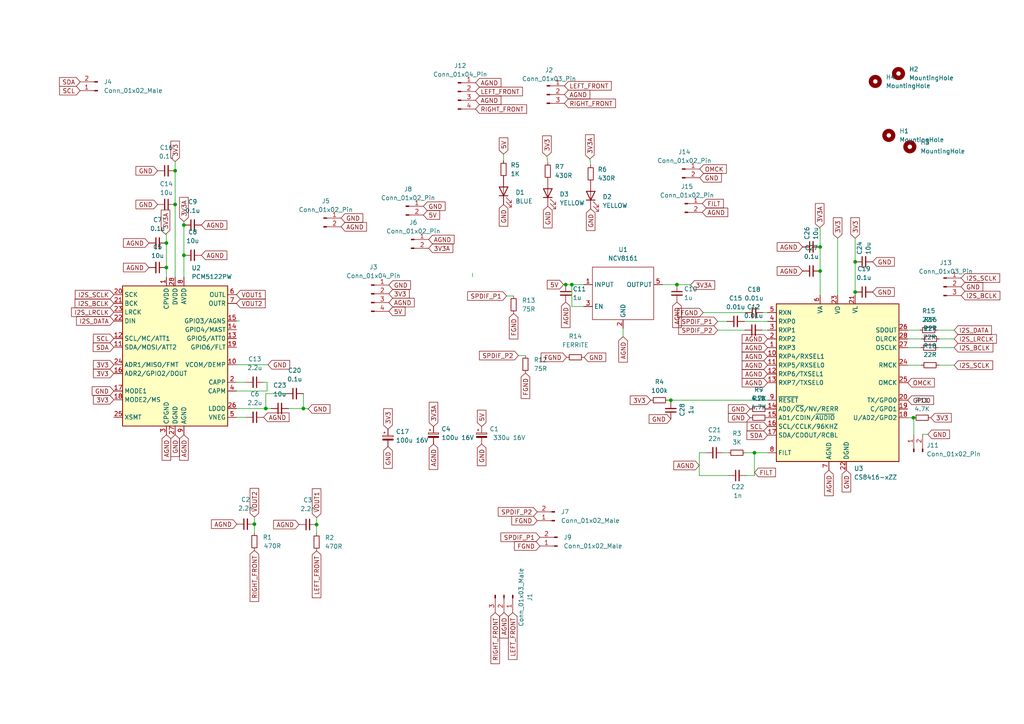
<source format=kicad_sch>
(kicad_sch (version 20230121) (generator eeschema)
  (paper "A4")
  (lib_symbols
    (symbol "Audio:CS8416-xZZ"
      (property "Reference" "U" (at 12.7 26.67 0))
      (property "Value" "CS8416-xZZ" (at 12.7 24.13 0))
      (symbol "CS8416-xZZ_0_1"
        (rectangle (start -17.78 22.86) (end 17.78 -22.86) (stroke (width 0.254)) (fill (type background)))
      )
      (symbol "CS8416-xZZ_1_1"
        (pin input line (at -20.32 10.16 0) (length 2.54) (name "RXP3") (number "1"))
        (pin input line (at -20.32 7.62 0) (length 2.54) (name "RXP4/RXSEL1") (number "10"))
        (pin input line (at -20.32 5.08 0) (length 2.54) (name "RXP5/RXSEL0") (number "11"))
        (pin input line (at -20.32 2.54 0) (length 2.54) (name "RXP6/TXSEL1") (number "12"))
        (pin input line (at -20.32 0 0) (length 2.54) (name "RXP7/TXSEL0") (number "13"))
        (pin input line (at -20.32 -7.62 0) (length 2.54) (name "AD0/~{CS}/NV/RERR") (number "14"))
        (pin input line (at -20.32 -10.16 0) (length 2.54) (name "AD1/CDIN/~{AUDIO}") (number "15"))
        (pin input line (at -20.32 -12.7 0) (length 2.54) (name "SCL/CCLK/96KHZ") (number "16"))
        (pin bidirectional line (at -20.32 -15.24 0) (length 2.54) (name "SDA/CDOUT/RCBL") (number "17"))
        (pin output line (at 20.32 -10.16 180) (length 2.54) (name "U/AD2/GPO2") (number "18"))
        (pin output line (at 20.32 -7.62 180) (length 2.54) (name "C/GPO1") (number "19"))
        (pin input line (at -20.32 12.7 0) (length 2.54) (name "RXP2") (number "2"))
        (pin output line (at 20.32 -5.08 180) (length 2.54) (name "TX/GPO0") (number "20"))
        (pin power_in line (at 5.08 25.4 270) (length 2.54) (name "VL") (number "21"))
        (pin power_in line (at 2.54 -25.4 90) (length 2.54) (name "DGND") (number "22"))
        (pin power_in line (at 0 25.4 270) (length 2.54) (name "VD") (number "23"))
        (pin output line (at 20.32 5.08 180) (length 2.54) (name "RMCK") (number "24"))
        (pin input line (at 20.32 0 180) (length 2.54) (name "OMCK") (number "25"))
        (pin output line (at 20.32 15.24 180) (length 2.54) (name "SDOUT") (number "26"))
        (pin bidirectional line (at 20.32 10.16 180) (length 2.54) (name "OSCLK") (number "27"))
        (pin bidirectional line (at 20.32 12.7 180) (length 2.54) (name "OLRCK") (number "28"))
        (pin input line (at -20.32 15.24 0) (length 2.54) (name "RXP1") (number "3"))
        (pin input line (at -20.32 17.78 0) (length 2.54) (name "RXP0") (number "4"))
        (pin input line (at -20.32 20.32 0) (length 2.54) (name "RXN") (number "5"))
        (pin power_in line (at -5.08 25.4 270) (length 2.54) (name "VA") (number "6"))
        (pin power_in line (at -2.54 -25.4 90) (length 2.54) (name "AGND") (number "7"))
        (pin passive line (at -20.32 -20.32 0) (length 2.54) (name "FILT") (number "8"))
        (pin input line (at -20.32 -5.08 0) (length 2.54) (name "~{RESET}") (number "9"))
      )
    )
    (symbol "Audio:PCM5122PW"
      (property "Reference" "U" (at -13.97 21.59 0))
      (property "Value" "PCM5122PW" (at 10.16 21.59 0))
      (symbol "PCM5122PW_0_1"
        (rectangle (start -15.24 20.32) (end 15.24 -20.32) (stroke (width 0.254)) (fill (type background)))
      )
      (symbol "PCM5122PW_1_1"
        (pin power_in line (at -2.54 22.86 270) (length 2.54) (name "CPVDD") (number "1"))
        (pin bidirectional line (at 17.78 -2.54 180) (length 2.54) (name "VCOM/DEMP") (number "10"))
        (pin bidirectional line (at -17.78 2.54 0) (length 2.54) (name "SDA/MOSI/ATT2") (number "11"))
        (pin input line (at -17.78 5.08 0) (length 2.54) (name "SCL/MC/ATT1") (number "12"))
        (pin bidirectional line (at 17.78 5.08 180) (length 2.54) (name "GPIO5/ATT0") (number "13"))
        (pin bidirectional line (at 17.78 7.62 180) (length 2.54) (name "GPIO4/MAST") (number "14"))
        (pin bidirectional line (at 17.78 10.16 180) (length 2.54) (name "GPIO3/AGNS") (number "15"))
        (pin bidirectional line (at -17.78 -5.08 0) (length 2.54) (name "ADR2/GPIO2/DOUT") (number "16"))
        (pin input line (at -17.78 -10.16 0) (length 2.54) (name "MODE1") (number "17"))
        (pin input line (at -17.78 -12.7 0) (length 2.54) (name "MODE2/MS") (number "18"))
        (pin bidirectional line (at 17.78 2.54 180) (length 2.54) (name "GPIO6/FLT") (number "19"))
        (pin passive line (at 17.78 -7.62 180) (length 2.54) (name "CAPP") (number "2"))
        (pin input line (at -17.78 17.78 0) (length 2.54) (name "SCK") (number "20"))
        (pin bidirectional line (at -17.78 15.24 0) (length 2.54) (name "BCK") (number "21"))
        (pin input line (at -17.78 10.16 0) (length 2.54) (name "DIN") (number "22"))
        (pin bidirectional line (at -17.78 12.7 0) (length 2.54) (name "LRCK") (number "23"))
        (pin bidirectional line (at -17.78 -2.54 0) (length 2.54) (name "ADR1/MISO/FMT") (number "24"))
        (pin input line (at -17.78 -17.78 0) (length 2.54) (name "XSMT") (number "25"))
        (pin passive line (at 17.78 -15.24 180) (length 2.54) (name "LDOO") (number "26"))
        (pin power_in line (at 0 -22.86 90) (length 2.54) (name "DGND") (number "27"))
        (pin power_in line (at 0 22.86 270) (length 2.54) (name "DVDD") (number "28"))
        (pin power_in line (at -2.54 -22.86 90) (length 2.54) (name "CPGND") (number "3"))
        (pin passive line (at 17.78 -10.16 180) (length 2.54) (name "CAPM") (number "4"))
        (pin passive line (at 17.78 -17.78 180) (length 2.54) (name "VNEG") (number "5"))
        (pin output line (at 17.78 17.78 180) (length 2.54) (name "OUTL") (number "6"))
        (pin output line (at 17.78 15.24 180) (length 2.54) (name "OUTR") (number "7"))
        (pin power_in line (at 2.54 22.86 270) (length 2.54) (name "AVDD") (number "8"))
        (pin power_in line (at 2.54 -22.86 90) (length 2.54) (name "AGND") (number "9"))
      )
    )
    (symbol "Components:NCV8161"
      (property "Reference" "U" (at 0 10.16 0))
      (property "Value" "NCV8161" (at 0 0 0))
      (symbol "NCV8161_0_1"
        (rectangle (start -8.89 17.78) (end 8.89 2.54))
      )
      (symbol "NCV8161_1_1"
        (pin input line (at -11.43 12.7 0) (length 2.54) (name "INPUT") (number "1"))
        (pin input line (at 0 0 90) (length 2.54) (name "GND") (number "2"))
        (pin input line (at -11.43 6.35 0) (length 2.54) (name "EN") (number "3"))
        (pin output line (at 11.43 12.7 180) (length 2.54) (name "OUTPUT") (number "5"))
      )
    )
    (symbol "Connector:Conn_01x02_Male" (pin_names (offset 1.016) hide)
      (property "Reference" "J" (at 0 2.54 0))
      (property "Value" "Conn_01x02_Male" (at 0 -5.08 0))
      (symbol "Conn_01x02_Male_1_1"
        (polyline (pts (xy 1.27 -2.54) (xy 0.8636 -2.54)) (stroke (width 0.1524)))
        (polyline (pts (xy 1.27 0) (xy 0.8636 0)) (stroke (width 0.1524)))
        (rectangle (start 0.8636 -2.413) (end 0 -2.667) (stroke (width 0.1524)) (fill (type outline)))
        (rectangle (start 0.8636 0.127) (end 0 -0.127) (stroke (width 0.1524)) (fill (type outline)))
        (pin passive line (at 5.08 0 180) (length 3.81) (name "Pin_1") (number "1"))
        (pin passive line (at 5.08 -2.54 180) (length 3.81) (name "Pin_2") (number "2"))
      )
    )
    (symbol "Connector:Conn_01x02_Pin" (pin_names (offset 1.016) hide)
      (property "Reference" "J" (at 0 2.54 0))
      (property "Value" "Conn_01x02_Pin" (at 0 -5.08 0))
      (symbol "Conn_01x02_Pin_1_1"
        (polyline (pts (xy 1.27 -2.54) (xy 0.8636 -2.54)) (stroke (width 0.1524)))
        (polyline (pts (xy 1.27 0) (xy 0.8636 0)) (stroke (width 0.1524)))
        (rectangle (start 0.8636 -2.413) (end 0 -2.667) (stroke (width 0.1524)) (fill (type outline)))
        (rectangle (start 0.8636 0.127) (end 0 -0.127) (stroke (width 0.1524)) (fill (type outline)))
        (pin passive line (at 5.08 0 180) (length 3.81) (name "Pin_1") (number "1"))
        (pin passive line (at 5.08 -2.54 180) (length 3.81) (name "Pin_2") (number "2"))
      )
    )
    (symbol "Connector:Conn_01x03_Male" (pin_names (offset 1.016) hide)
      (property "Reference" "J" (at 0 5.08 0))
      (property "Value" "Conn_01x03_Male" (at 0 -5.08 0))
      (symbol "Conn_01x03_Male_1_1"
        (polyline (pts (xy 1.27 -2.54) (xy 0.8636 -2.54)) (stroke (width 0.1524)))
        (polyline (pts (xy 1.27 0) (xy 0.8636 0)) (stroke (width 0.1524)))
        (polyline (pts (xy 1.27 2.54) (xy 0.8636 2.54)) (stroke (width 0.1524)))
        (rectangle (start 0.8636 -2.413) (end 0 -2.667) (stroke (width 0.1524)) (fill (type outline)))
        (rectangle (start 0.8636 0.127) (end 0 -0.127) (stroke (width 0.1524)) (fill (type outline)))
        (rectangle (start 0.8636 2.667) (end 0 2.413) (stroke (width 0.1524)) (fill (type outline)))
        (pin passive line (at 5.08 2.54 180) (length 3.81) (name "Pin_1") (number "1"))
        (pin passive line (at 5.08 0 180) (length 3.81) (name "Pin_2") (number "2"))
        (pin passive line (at 5.08 -2.54 180) (length 3.81) (name "Pin_3") (number "3"))
      )
    )
    (symbol "Connector:Conn_01x03_Pin" (pin_names (offset 1.016) hide)
      (property "Reference" "J" (at 0 5.08 0))
      (property "Value" "Conn_01x03_Pin" (at 0 -5.08 0))
      (symbol "Conn_01x03_Pin_1_1"
        (polyline (pts (xy 1.27 -2.54) (xy 0.8636 -2.54)) (stroke (width 0.1524)))
        (polyline (pts (xy 1.27 0) (xy 0.8636 0)) (stroke (width 0.1524)))
        (polyline (pts (xy 1.27 2.54) (xy 0.8636 2.54)) (stroke (width 0.1524)))
        (rectangle (start 0.8636 -2.413) (end 0 -2.667) (stroke (width 0.1524)) (fill (type outline)))
        (rectangle (start 0.8636 0.127) (end 0 -0.127) (stroke (width 0.1524)) (fill (type outline)))
        (rectangle (start 0.8636 2.667) (end 0 2.413) (stroke (width 0.1524)) (fill (type outline)))
        (pin passive line (at 5.08 2.54 180) (length 3.81) (name "Pin_1") (number "1"))
        (pin passive line (at 5.08 0 180) (length 3.81) (name "Pin_2") (number "2"))
        (pin passive line (at 5.08 -2.54 180) (length 3.81) (name "Pin_3") (number "3"))
      )
    )
    (symbol "Connector:Conn_01x04_Pin" (pin_names (offset 1.016) hide)
      (property "Reference" "J" (at 0 5.08 0))
      (property "Value" "Conn_01x04_Pin" (at 0 -7.62 0))
      (symbol "Conn_01x04_Pin_1_1"
        (polyline (pts (xy 1.27 -5.08) (xy 0.8636 -5.08)) (stroke (width 0.1524)))
        (polyline (pts (xy 1.27 -2.54) (xy 0.8636 -2.54)) (stroke (width 0.1524)))
        (polyline (pts (xy 1.27 0) (xy 0.8636 0)) (stroke (width 0.1524)))
        (polyline (pts (xy 1.27 2.54) (xy 0.8636 2.54)) (stroke (width 0.1524)))
        (rectangle (start 0.8636 -4.953) (end 0 -5.207) (stroke (width 0.1524)) (fill (type outline)))
        (rectangle (start 0.8636 -2.413) (end 0 -2.667) (stroke (width 0.1524)) (fill (type outline)))
        (rectangle (start 0.8636 0.127) (end 0 -0.127) (stroke (width 0.1524)) (fill (type outline)))
        (rectangle (start 0.8636 2.667) (end 0 2.413) (stroke (width 0.1524)) (fill (type outline)))
        (pin passive line (at 5.08 2.54 180) (length 3.81) (name "Pin_1") (number "1"))
        (pin passive line (at 5.08 0 180) (length 3.81) (name "Pin_2") (number "2"))
        (pin passive line (at 5.08 -2.54 180) (length 3.81) (name "Pin_3") (number "3"))
        (pin passive line (at 5.08 -5.08 180) (length 3.81) (name "Pin_4") (number "4"))
      )
    )
    (symbol "Device:C_Polarized_Small" (pin_numbers hide) (pin_names (offset 0.254) hide)
      (property "Reference" "C" (at 0.254 1.778 0))
      (property "Value" "C_Polarized_Small" (at 0.254 -2.032 0))
      (symbol "C_Polarized_Small_0_1"
        (rectangle (start -1.524 -0.3048) (end 1.524 -0.6858) (fill (type outline)))
        (rectangle (start -1.524 0.6858) (end 1.524 0.3048))
        (polyline (pts (xy -1.27 1.524) (xy -0.762 1.524)))
        (polyline (pts (xy -1.016 1.27) (xy -1.016 1.778)))
      )
      (symbol "C_Polarized_Small_1_1"
        (pin passive line (at 0 2.54 270) (length 1.8542) (name "~") (number "1"))
        (pin passive line (at 0 -2.54 90) (length 1.8542) (name "~") (number "2"))
      )
    )
    (symbol "Device:C_Small" (pin_numbers hide) (pin_names (offset 0.254) hide)
      (property "Reference" "C" (at 0.254 1.778 0))
      (property "Value" "C_Small" (at 0.254 -2.032 0))
      (symbol "C_Small_0_1"
        (polyline (pts (xy -1.524 -0.508) (xy 1.524 -0.508)) (stroke (width 0.3302)))
        (polyline (pts (xy -1.524 0.508) (xy 1.524 0.508)) (stroke (width 0.3048)))
      )
      (symbol "C_Small_1_1"
        (pin passive line (at 0 2.54 270) (length 2.032) (name "~") (number "1"))
        (pin passive line (at 0 -2.54 90) (length 2.032) (name "~") (number "2"))
      )
    )
    (symbol "Device:LED" (pin_numbers hide) (pin_names (offset 1.016) hide)
      (property "Reference" "D" (at 0 2.54 0))
      (property "Value" "LED" (at 0 -2.54 0))
      (symbol "LED_0_1"
        (polyline (pts (xy -1.27 -1.27) (xy -1.27 1.27)) (stroke (width 0.254)))
        (polyline (pts (xy -1.27 0) (xy 1.27 0)))
        (polyline (pts (xy 1.27 -1.27) (xy 1.27 1.27) (xy -1.27 0) (xy 1.27 -1.27)) (stroke (width 0.254)))
        (polyline (pts (xy -3.048 -0.762) (xy -4.572 -2.286) (xy -3.81 -2.286) (xy -4.572 -2.286) (xy -4.572 -1.524)))
        (polyline (pts (xy -1.778 -0.762) (xy -3.302 -2.286) (xy -2.54 -2.286) (xy -3.302 -2.286) (xy -3.302 -1.524)))
      )
      (symbol "LED_1_1"
        (pin passive line (at -3.81 0 0) (length 2.54) (name "K") (number "1"))
        (pin passive line (at 3.81 0 180) (length 2.54) (name "A") (number "2"))
      )
    )
    (symbol "Device:R_Small" (pin_numbers hide) (pin_names (offset 0.254) hide)
      (property "Reference" "R" (at 0.762 0.508 0))
      (property "Value" "R_Small" (at 0.762 -1.016 0))
      (symbol "R_Small_0_1"
        (rectangle (start -0.762 1.778) (end 0.762 -1.778) (stroke (width 0.2032)))
      )
      (symbol "R_Small_1_1"
        (pin passive line (at 0 2.54 270) (length 0.762) (name "~") (number "1"))
        (pin passive line (at 0 -2.54 90) (length 0.762) (name "~") (number "2"))
      )
    )
    (symbol "Mechanical:MountingHole" (pin_names (offset 1.016))
      (property "Reference" "H" (at 0 5.08 0))
      (property "Value" "MountingHole" (at 0 3.175 0))
      (symbol "MountingHole_0_1"
        (circle (center 0 0) (radius 1.27) (stroke (width 1.27)))
      )
    )
    (symbol "Oscillator:ASE-xxxMHz" (pin_names (offset 0.254))
      (property "Reference" "X" (at -5.08 6.35 0))
      (property "Value" "ASE-xxxMHz" (at 1.27 -6.35 0))
      (symbol "ASE-xxxMHz_0_1"
        (rectangle (start -5.08 5.08) (end 5.08 -5.08) (stroke (width 0.254)) (fill (type background)))
        (polyline (pts (xy -1.27 -0.762) (xy -1.016 -0.762) (xy -1.016 0.762) (xy -0.508 0.762) (xy -0.508 -0.762) (xy 0 -0.762) (xy 0 0.762) (xy 0.508 0.762) (xy 0.508 -0.762) (xy 0.762 -0.762)))
      )
      (symbol "ASE-xxxMHz_1_1"
        (pin input line (at -7.62 0 0) (length 2.54) (name "EN") (number "1"))
        (pin power_in line (at 0 -7.62 90) (length 2.54) (name "GND") (number "2"))
        (pin output line (at 7.62 0 180) (length 2.54) (name "OUT") (number "3"))
        (pin power_in line (at 0 7.62 270) (length 2.54) (name "Vdd") (number "4"))
      )
    )
  )
  (junction (at 237.871 71.628))
  (junction (at 165.862 82.55))
  (junction (at 248.031 75.946))
  (junction (at 53.34 65.278))
  (junction (at 264.922 121.158))
  (junction (at 48.26 77.597))
  (junction (at 73.787 152.019))
  (junction (at 196.342 82.55))
  (junction (at 164.084 82.55))
  (junction (at 77.089 118.491))
  (junction (at 88.011 118.491))
  (junction (at 53.34 74.041))
  (junction (at 50.8 49.53))
  (junction (at 248.031 84.709))
  (junction (at 218.821 131.318))
  (junction (at 194.564 116.078))
  (junction (at 48.26 70.485))
  (junction (at 237.871 78.613))
  (junction (at 50.8 59.309))
  (junction (at 91.821 152.146))
  (wire (pts (xy 91.821 152.146) (xy 91.821 154.686)))
  (wire (pts (xy 50.8 49.53) (xy 50.8 59.309)))
  (wire (pts (xy 71.374 121.031) (xy 68.58 121.031)))
  (wire (pts (xy 209.804 131.318) (xy 211.201 131.318)))
  (wire (pts (xy 221.234 90.678) (xy 222.631 90.678)))
  (wire (pts (xy 196.342 82.55) (xy 192.151 82.55)))
  (wire (pts (xy 48.26 67.945) (xy 48.26 70.485)))
  (wire (pts (xy 48.26 70.485) (xy 48.26 77.597)))
  (wire (pts (xy 263.271 121.158) (xy 264.922 121.158)))
  (wire (pts (xy 77.089 114.173) (xy 77.089 118.491)))
  (wire (pts (xy 237.744 66.294) (xy 237.871 66.294)))
  (wire (pts (xy 73.787 149.987) (xy 73.787 152.019)))
  (wire (pts (xy 71.374 110.871) (xy 68.58 110.871)))
  (wire (pts (xy 203.962 90.678) (xy 216.154 90.678)))
  (wire (pts (xy 263.271 98.298) (xy 267.335 98.298)))
  (wire (pts (xy 48.26 77.597) (xy 48.26 80.391)))
  (wire (pts (xy 237.871 71.628) (xy 237.871 78.613)))
  (wire (pts (xy 164.084 82.55) (xy 165.862 82.55)))
  (wire (pts (xy 248.031 69.088) (xy 248.031 75.946)))
  (wire (pts (xy 148.971 85.852) (xy 146.939 85.852)))
  (wire (pts (xy 89.408 118.618) (xy 89.281 118.618)))
  (wire (pts (xy 248.031 84.709) (xy 248.031 85.598)))
  (wire (pts (xy 272.161 100.838) (xy 276.733 100.838)))
  (wire (pts (xy 269.113 125.984) (xy 267.589 125.984)))
  (wire (pts (xy 200.279 82.677) (xy 200.025 82.677)))
  (wire (pts (xy 272.415 98.298) (xy 276.733 98.298)))
  (wire (pts (xy 76.454 110.871) (xy 77.47 110.871)))
  (wire (pts (xy 88.011 114.173) (xy 88.011 118.491)))
  (wire (pts (xy 237.871 78.613) (xy 237.871 85.598)))
  (wire (pts (xy 314.325 107.315) (xy 314.325 110.617)))
  (wire (pts (xy 208.153 95.758) (xy 216.027 95.758)))
  (wire (pts (xy 50.8 46.863) (xy 50.8 49.53)))
  (wire (pts (xy 237.871 66.294) (xy 237.871 71.628)))
  (wire (pts (xy 211.328 137.922) (xy 202.819 137.922)))
  (wire (pts (xy 263.271 105.918) (xy 267.208 105.918)))
  (wire (pts (xy 237.744 66.04) (xy 237.744 66.294)))
  (wire (pts (xy 169.291 88.9) (xy 165.862 88.9)))
  (wire (pts (xy 53.34 64.262) (xy 53.34 65.278)))
  (wire (pts (xy 171.069 46.101) (xy 171.323 47.879)))
  (wire (pts (xy 248.031 75.946) (xy 248.031 84.709)))
  (wire (pts (xy 165.862 82.55) (xy 169.291 82.55)))
  (wire (pts (xy 216.408 137.922) (xy 218.821 137.922)))
  (wire (pts (xy 77.089 118.491) (xy 68.58 118.491)))
  (wire (pts (xy 221.107 95.758) (xy 222.631 95.758)))
  (wire (pts (xy 194.564 116.078) (xy 222.631 116.078)))
  (wire (pts (xy 215.9 93.218) (xy 222.631 93.218)))
  (wire (pts (xy 264.922 121.158) (xy 265.049 121.158)))
  (wire (pts (xy 77.724 105.791) (xy 68.58 105.791)))
  (wire (pts (xy 216.281 131.318) (xy 218.821 131.318)))
  (wire (pts (xy 265.049 125.984) (xy 265.049 121.158)))
  (wire (pts (xy 77.47 113.411) (xy 68.58 113.411)))
  (wire (pts (xy 73.787 152.019) (xy 73.787 154.559)))
  (wire (pts (xy 48.006 67.945) (xy 48.26 67.945)))
  (wire (pts (xy 77.47 110.871) (xy 77.47 113.411)))
  (wire (pts (xy 152.4 103.124) (xy 150.368 103.124)))
  (wire (pts (xy 194.564 116.078) (xy 194.564 116.459)))
  (wire (pts (xy 218.821 131.318) (xy 222.631 131.318)))
  (wire (pts (xy 53.34 65.278) (xy 53.34 74.041)))
  (wire (pts (xy 208.153 93.218) (xy 210.82 93.218)))
  (wire (pts (xy 89.281 118.491) (xy 88.011 118.491)))
  (wire (pts (xy 180.721 97.663) (xy 180.721 95.25)))
  (wire (pts (xy 78.613 118.491) (xy 77.089 118.491)))
  (wire (pts (xy 202.819 131.318) (xy 204.724 131.318)))
  (wire (pts (xy 202.819 137.922) (xy 202.819 131.318)))
  (wire (pts (xy 200.025 82.55) (xy 196.342 82.55)))
  (wire (pts (xy 271.907 95.758) (xy 276.733 95.758)))
  (wire (pts (xy 200.025 82.677) (xy 200.025 82.55)))
  (wire (pts (xy 242.951 69.088) (xy 242.951 85.598)))
  (wire (pts (xy 53.34 74.041) (xy 53.34 80.391)))
  (wire (pts (xy 88.011 118.491) (xy 83.693 118.491)))
  (wire (pts (xy 165.862 88.9) (xy 165.862 82.55)))
  (wire (pts (xy 89.281 118.618) (xy 89.281 118.491)))
  (wire (pts (xy 137.033 79.248) (xy 137.033 80.264)))
  (wire (pts (xy 272.288 105.918) (xy 276.733 105.918)))
  (wire (pts (xy 69.469 93.091) (xy 68.58 93.091)))
  (wire (pts (xy 146.05 44.704) (xy 146.05 46.609)))
  (wire (pts (xy 50.8 59.309) (xy 50.8 80.391)))
  (wire (pts (xy 158.623 45.339) (xy 158.877 47.117)))
  (wire (pts (xy 218.821 137.922) (xy 218.821 131.318)))
  (wire (pts (xy 163.449 82.55) (xy 164.084 82.55)))
  (wire (pts (xy 193.802 116.078) (xy 194.564 116.078)))
  (wire (pts (xy 263.271 95.758) (xy 266.827 95.758)))
  (wire (pts (xy 263.271 100.838) (xy 267.081 100.838)))
  (wire (pts (xy 91.821 150.114) (xy 91.821 152.146)))
  (wire (pts (xy 77.089 114.173) (xy 82.931 114.173)))
  (global_label "GND" (shape input) (at 253.111 75.946 0) (property "Intersheetrefs" "${INTERSHEET_REFS}" (effects hide)))
  (global_label "3V3" (shape input) (at 50.8 46.863 90) (property "Intersheetrefs" "${INTERSHEET_REFS}" (effects hide)))
  (global_label "FGND" (shape input) (at 148.971 90.932 270) (property "Intersheetrefs" "${INTERSHEET_REFS}" (effects hide)))
  (global_label "SPDIF_P2" (shape input) (at 208.153 95.758 180) (property "Intersheetrefs" "${INTERSHEET_REFS}" (effects hide)))
  (global_label "3V3" (shape input) (at 248.031 69.088 90) (property "Intersheetrefs" "${INTERSHEET_REFS}" (effects hide)))
  (global_label "LEFT_FRONT" (shape input) (at 163.703 24.892 0) (property "Intersheetrefs" "${INTERSHEET_REFS}" (effects hide)))
  (global_label "AGND" (shape input) (at 86.741 152.146 180) (property "Intersheetrefs" "${INTERSHEET_REFS}" (effects hide)))
  (global_label "3V3" (shape input) (at 33.02 115.951 180) (property "Intersheetrefs" "${INTERSHEET_REFS}" (effects hide)))
  (global_label "AGND" (shape input) (at 58.42 74.041 0) (property "Intersheetrefs" "${INTERSHEET_REFS}" (effects hide)))
  (global_label "AGND" (shape input) (at 222.631 108.458 180) (property "Intersheetrefs" "${INTERSHEET_REFS}" (effects hide)))
  (global_label "LEFT_FRONT" (shape input) (at 148.717 177.673 270) (property "Intersheetrefs" "${INTERSHEET_REFS}" (effects hide)))
  (global_label "RIGHT_FRONT" (shape input) (at 163.703 29.972 0) (property "Intersheetrefs" "${INTERSHEET_REFS}" (effects hide)))
  (global_label "OMCK" (shape input) (at 263.271 110.998 0) (property "Intersheetrefs" "${INTERSHEET_REFS}" (effects hide)))
  (global_label "RIGHT_FRONT" (shape input) (at 143.637 177.673 270) (property "Intersheetrefs" "${INTERSHEET_REFS}" (effects hide)))
  (global_label "AGND" (shape input) (at 222.631 105.918 180) (property "Intersheetrefs" "${INTERSHEET_REFS}" (effects hide)))
  (global_label "GND" (shape input) (at 33.02 113.411 180) (property "Intersheetrefs" "${INTERSHEET_REFS}" (effects hide)))
  (global_label "GND" (shape input) (at 202.946 51.562 0) (property "Intersheetrefs" "${INTERSHEET_REFS}" (effects hide)))
  (global_label "AGND" (shape input) (at 222.631 103.378 180) (property "Intersheetrefs" "${INTERSHEET_REFS}" (effects hide)))
  (global_label "GPO0" (shape input) (at 263.271 116.078 0) (property "Intersheetrefs" "${INTERSHEET_REFS}" (effects hide)))
  (global_label "AGND" (shape input) (at 125.73 128.778 270) (property "Intersheetrefs" "${INTERSHEET_REFS}" (effects hide)))
  (global_label "SPDIF_P1" (shape input) (at 208.153 93.218 180) (property "Intersheetrefs" "${INTERSHEET_REFS}" (effects hide)))
  (global_label "GND" (shape input) (at 278.765 83.185 0) (property "Intersheetrefs" "${INTERSHEET_REFS}" (effects hide)))
  (global_label "SPDIF_P1" (shape input) (at 146.939 85.852 180) (property "Intersheetrefs" "${INTERSHEET_REFS}" (effects hide)))
  (global_label "VOUT1" (shape input) (at 91.821 150.114 90) (property "Intersheetrefs" "${INTERSHEET_REFS}" (effects hide)))
  (global_label "GND" (shape input) (at 98.933 63.246 0) (property "Intersheetrefs" "${INTERSHEET_REFS}" (effects hide)))
  (global_label "GND" (shape input) (at 45.72 49.53 180) (property "Intersheetrefs" "${INTERSHEET_REFS}" (effects hide)))
  (global_label "VOUT2" (shape input) (at 68.58 88.011 0) (property "Intersheetrefs" "${INTERSHEET_REFS}" (effects hide)))
  (global_label "FGND" (shape input) (at 203.962 90.678 180) (property "Intersheetrefs" "${INTERSHEET_REFS}" (effects hide)))
  (global_label "VOUT2" (shape input) (at 73.787 149.987 90) (property "Intersheetrefs" "${INTERSHEET_REFS}" (effects hide)))
  (global_label "SDA" (shape input) (at 23.241 23.749 180) (property "Intersheetrefs" "${INTERSHEET_REFS}" (effects hide)))
  (global_label "GND" (shape input) (at 50.8 126.111 270) (property "Intersheetrefs" "${INTERSHEET_REFS}" (effects hide)))
  (global_label "SPDIF_P2" (shape input) (at 155.829 148.463 180) (property "Intersheetrefs" "${INTERSHEET_REFS}" (effects hide)))
  (global_label "I2S_SCLK" (shape input) (at 278.765 80.645 0) (property "Intersheetrefs" "${INTERSHEET_REFS}" (effects hide)))
  (global_label "AGND" (shape input) (at 43.18 77.597 180) (property "Intersheetrefs" "${INTERSHEET_REFS}" (effects hide)))
  (global_label "5V" (shape input) (at 122.809 62.357 0) (property "Intersheetrefs" "${INTERSHEET_REFS}" (effects hide)))
  (global_label "AGND" (shape input) (at 137.922 29.083 0) (property "Intersheetrefs" "${INTERSHEET_REFS}" (effects hide)))
  (global_label "AGND" (shape input) (at 164.084 87.63 270) (property "Intersheetrefs" "${INTERSHEET_REFS}" (effects hide)))
  (global_label "3V3A" (shape input) (at 48.006 67.945 90) (property "Intersheetrefs" "${INTERSHEET_REFS}" (effects hide)))
  (global_label "5V" (shape input) (at 163.449 82.55 180) (property "Intersheetrefs" "${INTERSHEET_REFS}" (effects hide)))
  (global_label "I2S_DATA" (shape input) (at 276.733 95.758 0) (property "Intersheetrefs" "${INTERSHEET_REFS}" (effects hide)))
  (global_label "OMCK" (shape input) (at 321.945 118.237 0) (property "Intersheetrefs" "${INTERSHEET_REFS}" (effects hide)))
  (global_label "FILT" (shape input) (at 203.708 59.055 0) (property "Intersheetrefs" "${INTERSHEET_REFS}" (effects hide)))
  (global_label "AGND" (shape input) (at 196.342 87.63 270) (property "Intersheetrefs" "${INTERSHEET_REFS}" (effects hide)))
  (global_label "RIGHT_FRONT" (shape input) (at 137.922 31.623 0) (property "Intersheetrefs" "${INTERSHEET_REFS}" (effects hide)))
  (global_label "AGND" (shape input) (at 240.411 136.398 270) (property "Intersheetrefs" "${INTERSHEET_REFS}" (effects hide)))
  (global_label "AGND" (shape input) (at 98.933 65.786 0) (property "Intersheetrefs" "${INTERSHEET_REFS}" (effects hide)))
  (global_label "LEFT_FRONT" (shape input) (at 91.821 159.766 270) (property "Intersheetrefs" "${INTERSHEET_REFS}" (effects hide)))
  (global_label "AGND" (shape input) (at 58.42 65.278 0) (property "Intersheetrefs" "${INTERSHEET_REFS}" (effects hide)))
  (global_label "SCL" (shape input) (at 222.631 123.698 180) (property "Intersheetrefs" "${INTERSHEET_REFS}" (effects hide)))
  (global_label "GND" (shape input) (at 45.72 59.309 180) (property "Intersheetrefs" "${INTERSHEET_REFS}" (effects hide)))
  (global_label "FGND" (shape input) (at 152.4 108.204 270) (property "Intersheetrefs" "${INTERSHEET_REFS}" (effects hide)))
  (global_label "3V3A" (shape input) (at 53.34 64.262 90) (property "Intersheetrefs" "${INTERSHEET_REFS}" (effects hide)))
  (global_label "3V3" (shape input) (at 33.02 108.331 180) (property "Intersheetrefs" "${INTERSHEET_REFS}" (effects hide)))
  (global_label "RIGHT_FRONT" (shape input) (at 73.787 159.639 270) (property "Intersheetrefs" "${INTERSHEET_REFS}" (effects hide)))
  (global_label "I2S_SCLK" (shape input) (at 276.733 105.918 0) (property "Intersheetrefs" "${INTERSHEET_REFS}" (effects hide)))
  (global_label "I2S_DATA" (shape input) (at 33.02 93.091 180) (property "Intersheetrefs" "${INTERSHEET_REFS}" (effects hide)))
  (global_label "3V3" (shape input) (at 314.325 107.315 90) (property "Intersheetrefs" "${INTERSHEET_REFS}" (effects hide)))
  (global_label "GND" (shape input) (at 89.408 118.618 0) (property "Intersheetrefs" "${INTERSHEET_REFS}" (effects hide)))
  (global_label "GND" (shape input) (at 122.809 59.817 0) (property "Intersheetrefs" "${INTERSHEET_REFS}" (effects hide)))
  (global_label "AGND" (shape input) (at 232.791 78.613 180) (property "Intersheetrefs" "${INTERSHEET_REFS}" (effects hide)))
  (global_label "GND" (shape input) (at 314.325 125.857 270) (property "Intersheetrefs" "${INTERSHEET_REFS}" (effects hide)))
  (global_label "3V3A" (shape input) (at 124.333 72.009 0) (property "Intersheetrefs" "${INTERSHEET_REFS}" (effects hide)))
  (global_label "AGND" (shape input) (at 202.819 135.001 180) (property "Intersheetrefs" "${INTERSHEET_REFS}" (effects hide)))
  (global_label "3V3" (shape input) (at 112.522 124.46 90) (property "Intersheetrefs" "${INTERSHEET_REFS}" (effects hide)))
  (global_label "SCL" (shape input) (at 23.241 26.289 180) (property "Intersheetrefs" "${INTERSHEET_REFS}" (effects hide)))
  (global_label "3V3" (shape input) (at 112.776 85.217 0) (property "Intersheetrefs" "${INTERSHEET_REFS}" (effects hide)))
  (global_label "AGND" (shape input) (at 112.776 87.757 0) (property "Intersheetrefs" "${INTERSHEET_REFS}" (effects hide)))
  (global_label "5V" (shape input) (at 112.776 90.297 0) (property "Intersheetrefs" "${INTERSHEET_REFS}" (effects hide)))
  (global_label "AGND" (shape input) (at 53.34 126.111 270) (property "Intersheetrefs" "${INTERSHEET_REFS}" (effects hide)))
  (global_label "AGND" (shape input) (at 76.454 121.031 0) (property "Intersheetrefs" "${INTERSHEET_REFS}" (effects hide)))
  (global_label "SPDIF_P1" (shape input) (at 156.591 155.829 180) (property "Intersheetrefs" "${INTERSHEET_REFS}" (effects hide)))
  (global_label "SCL" (shape input) (at 33.02 98.171 180) (property "Intersheetrefs" "${INTERSHEET_REFS}" (effects hide)))
  (global_label "GND" (shape input) (at 269.113 125.984 0) (property "Intersheetrefs" "${INTERSHEET_REFS}" (effects hide)))
  (global_label "AGND" (shape input) (at 203.708 61.595 0) (property "Intersheetrefs" "${INTERSHEET_REFS}" (effects hide)))
  (global_label "FILT" (shape input) (at 218.821 137.033 0) (property "Intersheetrefs" "${INTERSHEET_REFS}" (effects hide)))
  (global_label "GND" (shape input) (at 146.05 59.309 270) (property "Intersheetrefs" "${INTERSHEET_REFS}" (effects hide)))
  (global_label "5V" (shape input) (at 146.05 44.704 90) (property "Intersheetrefs" "${INTERSHEET_REFS}" (effects hide)))
  (global_label "GND" (shape input) (at 253.111 84.709 0) (property "Intersheetrefs" "${INTERSHEET_REFS}" (effects hide)))
  (global_label "3V3" (shape input) (at 188.722 116.078 180) (property "Intersheetrefs" "${INTERSHEET_REFS}" (effects hide)))
  (global_label "GND" (shape input) (at 194.564 121.539 180) (property "Intersheetrefs" "${INTERSHEET_REFS}" (effects hide)))
  (global_label "AGND" (shape input) (at 68.707 152.019 180) (property "Intersheetrefs" "${INTERSHEET_REFS}" (effects hide)))
  (global_label "SDA" (shape input) (at 33.02 100.711 180) (property "Intersheetrefs" "${INTERSHEET_REFS}" (effects hide)))
  (global_label "GND" (shape input) (at 217.551 121.158 180) (property "Intersheetrefs" "${INTERSHEET_REFS}" (effects hide)))
  (global_label "GND" (shape input) (at 169.418 103.632 0) (property "Intersheetrefs" "${INTERSHEET_REFS}" (effects hide)))
  (global_label "AGND" (shape input) (at 163.703 27.432 0) (property "Intersheetrefs" "${INTERSHEET_REFS}" (effects hide)))
  (global_label "AGND" (shape input) (at 124.333 69.469 0) (property "Intersheetrefs" "${INTERSHEET_REFS}" (effects hide)))
  (global_label "FGND" (shape input) (at 155.829 151.003 180) (property "Intersheetrefs" "${INTERSHEET_REFS}" (effects hide)))
  (global_label "GND" (shape input) (at 217.551 118.618 180) (property "Intersheetrefs" "${INTERSHEET_REFS}" (effects hide)))
  (global_label "3V3A" (shape input) (at 125.73 123.698 90) (property "Intersheetrefs" "${INTERSHEET_REFS}" (effects hide)))
  (global_label "AGND" (shape input) (at 232.791 71.628 180) (property "Intersheetrefs" "${INTERSHEET_REFS}" (effects hide)))
  (global_label "5V" (shape input) (at 139.7 123.698 90) (property "Intersheetrefs" "${INTERSHEET_REFS}" (effects hide)))
  (global_label "AGND" (shape input) (at 180.721 97.663 270) (property "Intersheetrefs" "${INTERSHEET_REFS}" (effects hide)))
  (global_label "LEFT_FRONT" (shape input) (at 137.922 26.543 0) (property "Intersheetrefs" "${INTERSHEET_REFS}" (effects hide)))
  (global_label "GND" (shape input) (at 158.877 59.817 270) (property "Intersheetrefs" "${INTERSHEET_REFS}" (effects hide)))
  (global_label "AGND" (shape input) (at 222.631 98.298 180) (property "Intersheetrefs" "${INTERSHEET_REFS}" (effects hide)))
  (global_label "I2S_LRCLK" (shape input) (at 33.02 90.551 180) (property "Intersheetrefs" "${INTERSHEET_REFS}" (effects hide)))
  (global_label "GND" (shape input) (at 245.491 136.398 270) (property "Intersheetrefs" "${INTERSHEET_REFS}" (effects hide)))
  (global_label "SDA" (shape input) (at 222.631 126.238 180) (property "Intersheetrefs" "${INTERSHEET_REFS}" (effects hide)))
  (global_label "AGND" (shape input) (at 48.26 126.111 270) (property "Intersheetrefs" "${INTERSHEET_REFS}" (effects hide)))
  (global_label "FGND" (shape input) (at 164.338 103.632 180) (property "Intersheetrefs" "${INTERSHEET_REFS}" (effects hide)))
  (global_label "3V3" (shape input) (at 242.951 69.088 90) (property "Intersheetrefs" "${INTERSHEET_REFS}" (effects hide)))
  (global_label "3V3A" (shape input) (at 171.069 46.101 90) (property "Intersheetrefs" "${INTERSHEET_REFS}" (effects hide)))
  (global_label "AGND" (shape input) (at 222.631 110.998 180) (property "Intersheetrefs" "${INTERSHEET_REFS}" (effects hide)))
  (global_label "GND" (shape input) (at 112.522 129.54 270) (property "Intersheetrefs" "${INTERSHEET_REFS}" (effects hide)))
  (global_label "3V3" (shape input) (at 270.002 121.158 0) (property "Intersheetrefs" "${INTERSHEET_REFS}" (effects hide)))
  (global_label "AGND" (shape input) (at 137.922 24.003 0) (property "Intersheetrefs" "${INTERSHEET_REFS}" (effects hide)))
  (global_label "AGND" (shape input) (at 43.18 70.485 180) (property "Intersheetrefs" "${INTERSHEET_REFS}" (effects hide)))
  (global_label "3V3" (shape input) (at 33.02 105.791 180) (property "Intersheetrefs" "${INTERSHEET_REFS}" (effects hide)))
  (global_label "I2S_BCLK" (shape input) (at 276.733 100.838 0) (property "Intersheetrefs" "${INTERSHEET_REFS}" (effects hide)))
  (global_label "GND" (shape input) (at 139.7 128.778 270) (property "Intersheetrefs" "${INTERSHEET_REFS}" (effects hide)))
  (global_label "AGND" (shape input) (at 222.631 100.838 180) (property "Intersheetrefs" "${INTERSHEET_REFS}" (effects hide)))
  (global_label "VOUT1" (shape input) (at 68.58 85.471 0) (property "Intersheetrefs" "${INTERSHEET_REFS}" (effects hide)))
  (global_label "OMCK" (shape input) (at 202.946 49.022 0) (property "Intersheetrefs" "${INTERSHEET_REFS}" (effects hide)))
  (global_label "I2S_BCLK" (shape input) (at 33.02 88.011 180) (property "Intersheetrefs" "${INTERSHEET_REFS}" (effects hide)))
  (global_label "3V3" (shape input) (at 158.623 45.339 90) (property "Intersheetrefs" "${INTERSHEET_REFS}" (effects hide)))
  (global_label "3V3A" (shape input) (at 237.744 66.04 90) (property "Intersheetrefs" "${INTERSHEET_REFS}" (effects hide)))
  (global_label "SPDIF_P2" (shape input) (at 150.368 103.124 180) (property "Intersheetrefs" "${INTERSHEET_REFS}" (effects hide)))
  (global_label "I2S_LRCLK" (shape input) (at 276.733 98.298 0) (property "Intersheetrefs" "${INTERSHEET_REFS}" (effects hide)))
  (global_label "GND" (shape input) (at 112.776 82.677 0) (property "Intersheetrefs" "${INTERSHEET_REFS}" (effects hide)))
  (global_label "GND" (shape input) (at 171.323 60.579 270) (property "Intersheetrefs" "${INTERSHEET_REFS}" (effects hide)))
  (global_label "I2S_SCLK" (shape input) (at 33.02 85.471 180) (property "Intersheetrefs" "${INTERSHEET_REFS}" (effects hide)))
  (global_label "GND" (shape input) (at 77.724 105.791 0) (property "Intersheetrefs" "${INTERSHEET_REFS}" (effects hide)))
  (global_label "AGND" (shape input) (at 146.177 177.673 270) (property "Intersheetrefs" "${INTERSHEET_REFS}" (effects hide)))
  (global_label "FGND" (shape input) (at 156.591 158.369 180) (property "Intersheetrefs" "${INTERSHEET_REFS}" (effects hide)))
  (global_label "3V3A" (shape input) (at 200.279 82.677 0) (property "Intersheetrefs" "${INTERSHEET_REFS}" (effects hide)))
  (global_label "I2S_BCLK" (shape input) (at 278.765 85.725 0) (property "Intersheetrefs" "${INTERSHEET_REFS}" (effects hide)))
  (symbol (lib_id "Connector:Conn_01x02_Pin") (at 198.628 59.055 0) (unit 1)
    (property "Reference" "J15" (at 199.263 54.102 0))
    (property "Value" "Conn_01x02_Pin" (at 199.263 56.642 0))
    (property "Footprint" "Connector_PinHeader_2.54mm:PinHeader_1x02_P2.54mm_Vertical" (effects hide))
  )
  (symbol (lib_id "Connector:Conn_01x02_Male") (at 28.321 26.289 180) (unit 1)
    (property "Reference" "J4" (at 30.099 23.7489 0) (effects (justify right)))
    (property "Value" "Conn_01x02_Male" (at 30.099 26.2889 0) (effects (justify right)))
    (property "Footprint" "Connector_JST:JST_PH_B2B-PH-K_1x02_P2.00mm_Vertical" (effects hide))
  )
  (symbol (lib_id "Connector:Conn_01x04_Pin") (at 132.842 26.543 0) (unit 1)
    (property "Reference" "J12" (at 133.477 19.05 0))
    (property "Value" "Conn_01x04_Pin" (at 133.477 21.59 0))
    (property "Footprint" "Connector_JST:JST_PH_B4B-PH-K_1x04_P2.00mm_Vertical" (effects hide))
  )
  (symbol (lib_id "Connector:Conn_01x02_Pin") (at 117.729 59.817 0) (unit 1)
    (property "Reference" "J8" (at 118.364 54.864 0))
    (property "Value" "Conn_01x02_Pin" (at 118.364 57.404 0))
    (property "Footprint" "Connector_PinHeader_2.54mm:PinHeader_1x02_P2.54mm_Vertical" (effects hide))
  )
  (symbol (lib_id "Connector:Conn_01x02_Pin") (at 265.049 131.064 90) (unit 1)
    (property "Reference" "J11" (at 268.732 129.159 90) (effects (justify right)))
    (property "Value" "Conn_01x02_Pin" (at 268.732 131.699 90) (effects (justify right)))
    (property "Footprint" "Connector_PinHeader_2.54mm:PinHeader_1x02_P2.54mm_Vertical" (effects hide))
  )
  (symbol (lib_id "Device:C_Small") (at 55.88 74.041 90) (unit 1)
    (property "Reference" "C8" (at 55.8863 67.31 90))
    (property "Value" "10u" (at 55.8863 69.85 90))
    (property "Footprint" "Capacitor_SMD:C_1206_3216Metric_Pad1.33x1.80mm_HandSolder" (effects hide))
  )
  (symbol (lib_id "Device:R_Small") (at 220.091 118.618 90) (unit 1)
    (property "Reference" "R9" (at 220.091 113.03 90))
    (property "Value" "4.7K" (at 220.091 115.57 90))
    (property "Footprint" "Resistor_SMD:R_0603_1608Metric_Pad0.98x0.95mm_HandSolder" (effects hide))
  )
  (symbol (lib_id "Device:R_Small") (at 171.323 50.419 0) (unit 1)
    (property "Reference" "R6" (at 173.355 49.1489 0) (effects (justify left)))
    (property "Value" "430R" (at 173.355 51.6889 0) (effects (justify left)))
    (property "Footprint" "Resistor_SMD:R_0603_1608Metric_Pad0.98x0.95mm_HandSolder" (effects hide))
  )
  (symbol (lib_id "Device:R_Small") (at 269.621 100.838 90) (unit 1)
    (property "Reference" "R17" (at 269.621 95.25 90))
    (property "Value" "22R" (at 269.621 97.79 90))
    (property "Footprint" "Resistor_SMD:R_0603_1608Metric_Pad0.98x0.95mm_HandSolder" (effects hide))
  )
  (symbol (lib_id "Device:C_Small") (at 207.264 131.318 270) (unit 1)
    (property "Reference" "C21" (at 207.2576 124.714 90))
    (property "Value" "22n" (at 207.2576 127.254 90))
    (property "Footprint" "Capacitor_SMD:C_0805_2012Metric_Pad1.18x1.45mm_HandSolder" (effects hide))
  )
  (symbol (lib_id "Mechanical:MountingHole") (at 260.604 21.336 0) (unit 1)
    (property "Reference" "H2" (at 263.652 20.0659 0) (effects (justify left)))
    (property "Value" "MountingHole" (at 263.652 22.6059 0) (effects (justify left)))
    (property "Footprint" "MountingHole:MountingHole_3.2mm_M3" (effects hide))
  )
  (symbol (lib_id "Device:C_Small") (at 235.331 71.628 90) (unit 1)
    (property "Reference" "C26" (at 234.061 69.596 0) (effects (justify left)))
    (property "Value" "10u" (at 236.601 69.596 0) (effects (justify left)))
    (property "Footprint" "Capacitor_SMD:C_1206_3216Metric_Pad1.33x1.80mm_HandSolder" (effects hide))
  )
  (symbol (lib_id "Connector:Conn_01x02_Pin") (at 197.866 49.022 0) (unit 1)
    (property "Reference" "J14" (at 198.501 44.069 0))
    (property "Value" "Conn_01x02_Pin" (at 198.501 46.609 0))
    (property "Footprint" "Connector_PinHeader_2.54mm:PinHeader_1x02_P2.54mm_Vertical" (effects hide))
  )
  (symbol (lib_id "Device:R_Small") (at 146.05 49.149 0) (unit 1)
    (property "Reference" "R5" (at 148.082 47.8789 0) (effects (justify left)))
    (property "Value" "1K" (at 148.082 50.4189 0) (effects (justify left)))
    (property "Footprint" "Resistor_SMD:R_0603_1608Metric_Pad0.98x0.95mm_HandSolder" (effects hide))
  )
  (symbol (lib_id "Device:C_Small") (at 73.914 121.031 270) (unit 1)
    (property "Reference" "C6" (at 73.9076 114.3 90))
    (property "Value" "2.2u" (at 73.9076 116.84 90))
    (property "Footprint" "Capacitor_SMD:C_1206_3216Metric_Pad1.33x1.80mm_HandSolder" (effects hide))
  )
  (symbol (lib_id "Device:C_Small") (at 250.571 75.946 90) (unit 1)
    (property "Reference" "C24" (at 249.301 73.914 0) (effects (justify left)))
    (property "Value" "10u" (at 251.841 73.914 0) (effects (justify left)))
    (property "Footprint" "Capacitor_SMD:C_1206_3216Metric_Pad1.33x1.80mm_HandSolder" (effects hide))
  )
  (symbol (lib_id "Device:C_Small") (at 164.084 85.09 0) (unit 1)
    (property "Reference" "C11" (at 166.116 83.82 0) (effects (justify left)))
    (property "Value" "1u" (at 166.116 86.36 0) (effects (justify left)))
    (property "Footprint" "Capacitor_SMD:C_1206_3216Metric_Pad1.33x1.80mm_HandSolder" (effects hide))
  )
  (symbol (lib_id "Device:R_Small") (at 213.741 131.318 90) (unit 1)
    (property "Reference" "R3" (at 213.741 125.73 90))
    (property "Value" "3K" (at 213.741 128.27 90))
    (property "Footprint" "Resistor_SMD:R_0603_1608Metric_Pad0.98x0.95mm_HandSolder" (effects hide))
  )
  (symbol (lib_id "Device:LED") (at 146.05 55.499 90) (unit 1)
    (property "Reference" "D1" (at 149.479 55.8164 90) (effects (justify right)))
    (property "Value" "BLUE" (at 149.479 58.3564 90) (effects (justify right)))
    (property "Footprint" "LED_SMD:LED_0805_2012Metric_Pad1.15x1.40mm_HandSolder" (effects hide))
  )
  (symbol (lib_id "Components:NCV8161") (at 180.721 95.25 0) (unit 1)
    (property "Reference" "U1" (at 180.721 72.39 0))
    (property "Value" "NCV8161" (at 180.721 74.93 0))
    (property "Footprint" "Package_TO_SOT_SMD:TSOT-23-5" (effects hide))
  )
  (symbol (lib_id "Device:R_Small") (at 152.4 105.664 0) (unit 1)
    (property "Reference" "R12" (at 154.813 104.394 0) (effects (justify left)))
    (property "Value" "75R" (at 154.813 106.934 0) (effects (justify left)))
    (property "Footprint" "Resistor_SMD:R_0603_1608Metric_Pad0.98x0.95mm_HandSolder" (effects hide))
  )
  (symbol (lib_id "Device:C_Small") (at 48.26 59.309 270) (unit 1)
    (property "Reference" "C14" (at 48.2536 53.34 90))
    (property "Value" "10u" (at 48.2536 55.88 90))
    (property "Footprint" "Capacitor_SMD:C_1206_3216Metric_Pad1.33x1.80mm_HandSolder" (effects hide))
  )
  (symbol (lib_id "Device:C_Small") (at 196.342 85.09 0) (unit 1)
    (property "Reference" "C10" (at 198.374 83.82 0) (effects (justify left)))
    (property "Value" "1u" (at 198.374 86.36 0) (effects (justify left)))
    (property "Footprint" "Capacitor_SMD:C_1206_3216Metric_Pad1.33x1.80mm_HandSolder" (effects hide))
  )
  (symbol (lib_id "Device:R_Small") (at 269.748 105.918 90) (unit 1)
    (property "Reference" "R18" (at 269.748 100.33 90))
    (property "Value" "22R" (at 269.748 102.87 90))
    (property "Footprint" "Resistor_SMD:R_0603_1608Metric_Pad0.98x0.95mm_HandSolder" (effects hide))
  )
  (symbol (lib_id "Connector:Conn_01x03_Male") (at 146.177 172.593 270) (unit 1)
    (property "Reference" "J1" (at 153.67 173.228 0))
    (property "Value" "Conn_01x03_Male" (at 151.13 173.228 0))
    (property "Footprint" "Connector_PinHeader_2.54mm:PinHeader_1x03_P2.54mm_Vertical" (effects hide))
  )
  (symbol (lib_id "Device:C_Polarized_Small") (at 125.73 126.238 0) (unit 1)
    (property "Reference" "C4" (at 128.016 124.4219 0) (effects (justify left)))
    (property "Value" "100u 16V" (at 128.016 126.9619 0) (effects (justify left)))
    (property "Footprint" "Capacitor_THT:CP_Radial_D5.0mm_P2.50mm" (effects hide))
  )
  (symbol (lib_id "Device:R_Small") (at 91.821 157.226 180) (unit 1)
    (property "Reference" "R2" (at 94.234 155.956 0) (effects (justify right)))
    (property "Value" "470R" (at 94.234 158.496 0) (effects (justify right)))
    (property "Footprint" "Resistor_SMD:R_1206_3216Metric_Pad1.30x1.75mm_HandSolder" (effects hide))
  )
  (symbol (lib_id "Device:C_Small") (at 71.247 152.019 90) (unit 1)
    (property "Reference" "C2" (at 71.2533 144.907 90))
    (property "Value" "2.2n" (at 71.2533 147.447 90))
    (property "Footprint" "Capacitor_SMD:C_1206_3216Metric_Pad1.33x1.80mm_HandSolder" (effects hide))
  )
  (symbol (lib_id "Oscillator:ASE-xxxMHz") (at 314.325 118.237 0) (unit 1)
    (property "Reference" "X1" (at 326.39 114.5891 0))
    (property "Value" "ASE-xxxMHz" (at 326.39 117.1291 0))
    (property "Footprint" "Oscillator:Oscillator_SMD_Abracon_ASE-4Pin_3.2x2.5mm" (effects hide))
    (property "Datasheet" "http://www.abracon.com/Oscillators/ASV.pdf" (effects hide))
  )
  (symbol (lib_id "Device:LED") (at 171.323 56.769 90) (unit 1)
    (property "Reference" "D2" (at 174.752 57.0864 90) (effects (justify right)))
    (property "Value" "YELLOW" (at 174.752 59.6264 90) (effects (justify right)))
    (property "Footprint" "LED_SMD:LED_0805_2012Metric_Pad1.15x1.40mm_HandSolder" (effects hide))
  )
  (symbol (lib_id "Audio:CS8416-xZZ") (at 242.951 110.998 0) (unit 1)
    (property "Reference" "U3" (at 247.6851 135.89 0) (effects (justify left)))
    (property "Value" "CS8416-xZZ" (at 247.6851 138.43 0) (effects (justify left)))
    (property "Footprint" "Package_SO:TSSOP-28_4.4x9.7mm_P0.65mm" (effects hide))
    (property "Datasheet" "https://d3uzseaevmutz1.cloudfront.net/pubs/proDatasheet/CS8416_F3.pdf" (effects hide))
  )
  (symbol (lib_id "Device:C_Small") (at 45.72 77.597 270) (unit 1)
    (property "Reference" "C5" (at 45.7136 71.628 90))
    (property "Value" "10u" (at 45.7136 74.168 90))
    (property "Footprint" "Capacitor_SMD:C_1206_3216Metric_Pad1.33x1.80mm_HandSolder" (effects hide))
  )
  (symbol (lib_id "Device:R_Small") (at 73.787 157.099 180) (unit 1)
    (property "Reference" "R1" (at 76.2 155.829 0) (effects (justify right)))
    (property "Value" "470R" (at 76.454 158.369 0) (effects (justify right)))
    (property "Footprint" "Resistor_SMD:R_1206_3216Metric_Pad1.30x1.75mm_HandSolder" (effects hide))
  )
  (symbol (lib_id "Device:C_Small") (at 218.694 90.678 90) (unit 1)
    (property "Reference" "C18" (at 218.7003 83.947 90))
    (property "Value" "0.01u" (at 218.7003 86.487 90))
    (property "Footprint" "Capacitor_SMD:C_0805_2012Metric_Pad1.18x1.45mm_HandSolder" (effects hide))
  )
  (symbol (lib_id "Connector:Conn_01x02_Male") (at 160.909 151.003 180) (unit 1)
    (property "Reference" "J7" (at 162.687 148.4629 0) (effects (justify right)))
    (property "Value" "Conn_01x02_Male" (at 162.687 151.0029 0) (effects (justify right)))
    (property "Footprint" "Connector_JST:JST_XH_B2B-XH-A_1x02_P2.50mm_Vertical" (effects hide))
  )
  (symbol (lib_id "Connector:Conn_01x02_Pin") (at 93.853 63.246 0) (unit 1)
    (property "Reference" "J5" (at 94.488 58.293 0))
    (property "Value" "Conn_01x02_Pin" (at 94.488 60.833 0))
    (property "Footprint" "Connector_PinHeader_2.54mm:PinHeader_1x02_P2.54mm_Vertical" (effects hide))
  )
  (symbol (lib_id "Device:C_Small") (at 85.471 114.173 90) (unit 1)
    (property "Reference" "C20" (at 85.4773 107.442 90))
    (property "Value" "0.1u" (at 85.4773 109.982 90))
    (property "Footprint" "Capacitor_SMD:C_0805_2012Metric_Pad1.18x1.45mm_HandSolder" (effects hide))
  )
  (symbol (lib_id "Device:C_Small") (at 213.36 93.218 90) (unit 1)
    (property "Reference" "C15" (at 213.3663 86.487 90))
    (property "Value" "0.01u" (at 213.3663 89.027 90))
    (property "Footprint" "Capacitor_SMD:C_0805_2012Metric_Pad1.18x1.45mm_HandSolder" (effects hide))
  )
  (symbol (lib_id "Device:C_Small") (at 218.567 95.758 90) (unit 1)
    (property "Reference" "C12" (at 218.5733 89.027 90))
    (property "Value" "0.01u" (at 218.5733 91.567 90))
    (property "Footprint" "Capacitor_SMD:C_0805_2012Metric_Pad1.18x1.45mm_HandSolder" (effects hide))
  )
  (symbol (lib_id "Connector:Conn_01x03_Pin") (at 273.685 83.185 0) (unit 1)
    (property "Reference" "J13" (at 274.32 76.2 0))
    (property "Value" "Conn_01x03_Pin" (at 274.32 78.74 0))
    (property "Footprint" "Connector_PinHeader_2.54mm:PinHeader_1x03_P2.54mm_Vertical" (effects hide))
  )
  (symbol (lib_id "Device:C_Polarized_Small") (at 139.7 126.238 0) (unit 1)
    (property "Reference" "C1" (at 141.986 124.4219 0) (effects (justify left)))
    (property "Value" " 330u 16V" (at 141.986 126.9619 0) (effects (justify left)))
    (property "Footprint" "Capacitor_THT:CP_Radial_D8.0mm_P2.50mm" (effects hide))
  )
  (symbol (lib_id "Device:C_Small") (at 194.564 118.999 180) (unit 1)
    (property "Reference" "C28" (at 197.866 118.872 90))
    (property "Value" "1u" (at 200.406 118.872 90))
    (property "Footprint" "Capacitor_SMD:C_0805_2012Metric_Pad1.18x1.45mm_HandSolder" (effects hide))
  )
  (symbol (lib_id "Device:R_Small") (at 269.367 95.758 90) (unit 1)
    (property "Reference" "R15" (at 269.367 90.17 90))
    (property "Value" "22R" (at 269.367 92.71 90))
    (property "Footprint" "Resistor_SMD:R_0603_1608Metric_Pad0.98x0.95mm_HandSolder" (effects hide))
  )
  (symbol (lib_id "Mechanical:MountingHole") (at 257.7944 39.2723 0) (unit 1)
    (property "Reference" "H1" (at 260.8424 38.0022 0) (effects (justify left)))
    (property "Value" "MountingHole" (at 260.8424 40.5422 0) (effects (justify left)))
    (property "Footprint" "MountingHole:MountingHole_3.2mm_M3" (effects hide))
  )
  (symbol (lib_id "Device:R_Small") (at 269.875 98.298 90) (unit 1)
    (property "Reference" "R16" (at 269.875 92.71 90))
    (property "Value" "22R" (at 269.875 95.25 90))
    (property "Footprint" "Resistor_SMD:R_0603_1608Metric_Pad0.98x0.95mm_HandSolder" (effects hide))
  )
  (symbol (lib_id "Device:C_Small") (at 250.571 84.709 90) (unit 1)
    (property "Reference" "C19" (at 250.5773 77.978 90))
    (property "Value" "0.1u" (at 250.5773 80.518 90))
    (property "Footprint" "Capacitor_SMD:C_0805_2012Metric_Pad1.18x1.45mm_HandSolder" (effects hide))
  )
  (symbol (lib_id "Device:R_Small") (at 191.262 116.078 270) (unit 1)
    (property "Reference" "R4" (at 191.262 110.744 90))
    (property "Value" "100k" (at 191.262 113.284 90))
    (property "Footprint" "Resistor_SMD:R_0603_1608Metric_Pad0.98x0.95mm_HandSolder" (effects hide))
  )
  (symbol (lib_id "Device:R_Small") (at 220.091 121.158 90) (unit 1)
    (property "Reference" "R10" (at 220.091 115.57 90))
    (property "Value" "4.7K" (at 220.091 118.11 90))
    (property "Footprint" "Resistor_SMD:R_0603_1608Metric_Pad0.98x0.95mm_HandSolder" (effects hide))
  )
  (symbol (lib_id "Mechanical:MountingHole") (at 263.8904 42.5743 0) (unit 1)
    (property "Reference" "H3" (at 266.9384 41.3042 0) (effects (justify left)))
    (property "Value" "MountingHole" (at 266.9384 43.8442 0) (effects (justify left)))
    (property "Footprint" "MountingHole:MountingHole_3.2mm_M3" (effects hide))
  )
  (symbol (lib_id "Device:C_Small") (at 213.868 137.922 90) (unit 1)
    (property "Reference" "C22" (at 213.995 141.224 90))
    (property "Value" "1n" (at 213.995 143.764 90))
    (property "Footprint" "Capacitor_SMD:C_0805_2012Metric_Pad1.18x1.45mm_HandSolder" (effects hide))
  )
  (symbol (lib_id "Device:C_Small") (at 235.331 78.613 90) (unit 1)
    (property "Reference" "C27" (at 235.3373 71.882 90))
    (property "Value" "0.1u" (at 235.3373 74.422 90))
    (property "Footprint" "Capacitor_SMD:C_0805_2012Metric_Pad1.18x1.45mm_HandSolder" (effects hide))
  )
  (symbol (lib_id "Device:LED") (at 158.877 56.007 90) (unit 1)
    (property "Reference" "D3" (at 162.306 56.3244 90) (effects (justify right)))
    (property "Value" "YELLOW" (at 162.306 58.8644 90) (effects (justify right)))
    (property "Footprint" "LED_SMD:LED_0805_2012Metric_Pad1.15x1.40mm_HandSolder" (effects hide))
  )
  (symbol (lib_id "Device:C_Small") (at 89.281 152.146 90) (unit 1)
    (property "Reference" "C3" (at 89.2873 145.034 90))
    (property "Value" "2.2n" (at 89.2873 147.574 90))
    (property "Footprint" "Capacitor_SMD:C_1206_3216Metric_Pad1.33x1.80mm_HandSolder" (effects hide))
  )
  (symbol (lib_id "Audio:PCM5122PW") (at 50.8 103.251 0) (unit 1)
    (property "Reference" "U2" (at 55.5341 77.724 0) (effects (justify left)))
    (property "Value" "PCM5122PW" (at 55.5341 80.264 0) (effects (justify left)))
    (property "Footprint" "Package_SO:TSSOP-28_4.4x9.7mm_P0.65mm" (effects hide))
    (property "Datasheet" "http://www.ti.com/lit/ds/symlink/pcm5122.pdf" (effects hide))
  )
  (symbol (lib_id "Connector:Conn_01x03_Pin") (at 158.623 27.432 0) (unit 1)
    (property "Reference" "J2" (at 159.258 20.32 0))
    (property "Value" "Conn_01x03_Pin" (at 159.258 22.86 0))
    (property "Footprint" "Connector_JST:JST_PH_B3B-PH-K_1x03_P2.00mm_Vertical" (effects hide))
  )
  (symbol (lib_id "Device:C_Small") (at 81.153 118.491 90) (unit 1)
    (property "Reference" "C23" (at 81.1593 111.76 90))
    (property "Value" "10u" (at 81.1593 114.3 90))
    (property "Footprint" "Capacitor_SMD:C_1206_3216Metric_Pad1.33x1.80mm_HandSolder" (effects hide))
  )
  (symbol (lib_id "Connector:Conn_01x02_Pin") (at 119.253 69.469 0) (unit 1)
    (property "Reference" "J6" (at 119.888 64.516 0))
    (property "Value" "Conn_01x02_Pin" (at 119.888 67.056 0))
    (property "Footprint" "Connector_PinHeader_2.54mm:PinHeader_1x02_P2.54mm_Vertical" (effects hide))
  )
  (symbol (lib_id "Device:C_Small") (at 48.26 49.53 90) (unit 1)
    (property "Reference" "C16" (at 48.2663 42.799 90))
    (property "Value" "0.1u" (at 48.2663 45.339 90))
    (property "Footprint" "Capacitor_SMD:C_0805_2012Metric_Pad1.18x1.45mm_HandSolder" (effects hide))
  )
  (symbol (lib_id "Device:R_Small") (at 267.462 121.158 270) (unit 1)
    (property "Reference" "R11" (at 267.462 116.078 90))
    (property "Value" "4.7K" (at 267.462 118.618 90))
    (property "Footprint" "Resistor_SMD:R_0603_1608Metric_Pad0.98x0.95mm_HandSolder" (effects hide))
  )
  (symbol (lib_id "Device:C_Small") (at 55.88 65.278 90) (unit 1)
    (property "Reference" "C9" (at 55.8863 58.547 90))
    (property "Value" "0.1u" (at 55.8863 61.087 90))
    (property "Footprint" "Capacitor_SMD:C_0805_2012Metric_Pad1.18x1.45mm_HandSolder" (effects hide))
  )
  (symbol (lib_id "Device:C_Small") (at 45.72 70.485 90) (unit 1)
    (property "Reference" "C7" (at 45.7263 63.754 90))
    (property "Value" "0.1u" (at 45.7263 66.294 90))
    (property "Footprint" "Capacitor_SMD:C_0805_2012Metric_Pad1.18x1.45mm_HandSolder" (effects hide))
  )
  (symbol (lib_id "Device:C_Polarized_Small") (at 112.522 127 0) (unit 1)
    (property "Reference" "C17" (at 114.808 125.1839 0) (effects (justify left)))
    (property "Value" "100u 16V" (at 114.808 127.7239 0) (effects (justify left)))
    (property "Footprint" "Capacitor_THT:CP_Radial_D5.0mm_P2.50mm" (effects hide))
  )
  (symbol (lib_id "Device:R_Small") (at 148.971 88.392 0) (unit 1)
    (property "Reference" "R13" (at 151.384 87.122 0) (effects (justify left)))
    (property "Value" "75R" (at 151.384 89.662 0) (effects (justify left)))
    (property "Footprint" "Resistor_SMD:R_0603_1608Metric_Pad0.98x0.95mm_HandSolder" (effects hide))
  )
  (symbol (lib_id "Connector:Conn_01x04_Pin") (at 107.696 85.217 0) (unit 1)
    (property "Reference" "J3" (at 108.331 77.47 0))
    (property "Value" "Conn_01x04_Pin" (at 108.331 80.01 0))
    (property "Footprint" "Connector_JST:JST_XH_B4B-XH-A_1x04_P2.50mm_Vertical" (effects hide))
  )
  (symbol (lib_id "Device:C_Small") (at 73.914 110.871 270) (unit 1)
    (property "Reference" "C13" (at 73.9076 104.14 90))
    (property "Value" "2.2u" (at 73.9076 106.68 90))
    (property "Footprint" "Capacitor_SMD:C_1206_3216Metric_Pad1.33x1.80mm_HandSolder" (effects hide))
  )
  (symbol (lib_id "Connector:Conn_01x02_Male") (at 161.671 158.369 180) (unit 1)
    (property "Reference" "J9" (at 163.449 155.8289 0) (effects (justify right)))
    (property "Value" "Conn_01x02_Male" (at 163.449 158.3689 0) (effects (justify right)))
    (property "Footprint" "Connector_JST:JST_XH_B2B-XH-A_1x02_P2.50mm_Vertical" (effects hide))
  )
  (symbol (lib_id "Mechanical:MountingHole") (at 253.873 23.622 0) (unit 1)
    (property "Reference" "H4" (at 256.921 22.3519 0) (effects (justify left)))
    (property "Value" "MountingHole" (at 256.921 24.8919 0) (effects (justify left)))
    (property "Footprint" "MountingHole:MountingHole_3.2mm_M3" (effects hide))
  )
  (symbol (lib_id "Device:R_Small") (at 166.878 103.632 90) (unit 1)
    (property "Reference" "R14" (at 166.878 97.536 90))
    (property "Value" "FERRITE" (at 166.878 100.076 90))
    (property "Footprint" "Resistor_SMD:R_0603_1608Metric_Pad0.98x0.95mm_HandSolder" (effects hide))
  )
  (symbol (lib_id "Device:R_Small") (at 158.877 49.657 0) (unit 1)
    (property "Reference" "R7" (at 160.909 48.3869 0) (effects (justify left)))
    (property "Value" "430R" (at 160.909 50.9269 0) (effects (justify left)))
    (property "Footprint" "Resistor_SMD:R_0603_1608Metric_Pad0.98x0.95mm_HandSolder" (effects hide))
  )
)
</source>
